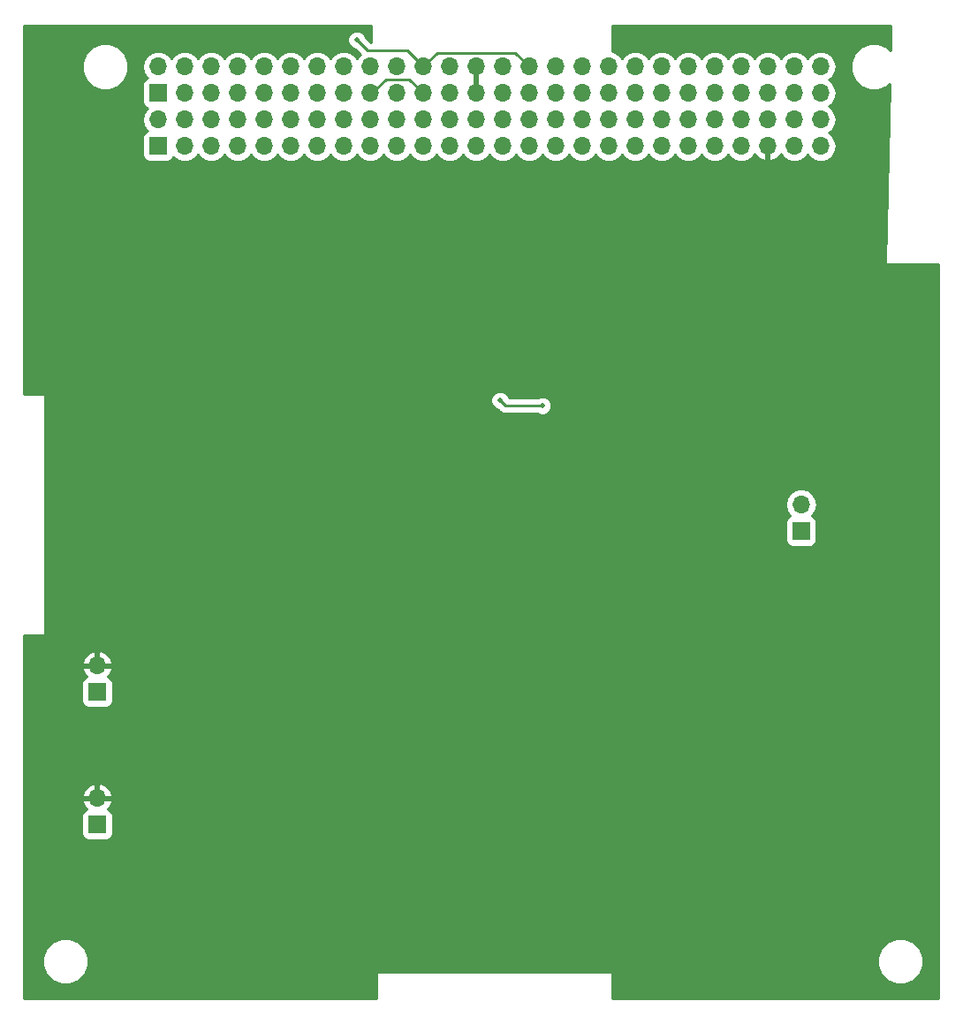
<source format=gbl>
G04 #@! TF.GenerationSoftware,KiCad,Pcbnew,5.0.0*
G04 #@! TF.CreationDate,2018-07-28T18:12:29-05:00*
G04 #@! TF.ProjectId,PowerBoard,506F776572426F6172642E6B69636164,rev?*
G04 #@! TF.SameCoordinates,Original*
G04 #@! TF.FileFunction,Copper,L2,Bot,Signal*
G04 #@! TF.FilePolarity,Positive*
%FSLAX46Y46*%
G04 Gerber Fmt 4.6, Leading zero omitted, Abs format (unit mm)*
G04 Created by KiCad (PCBNEW 5.0.0) date Sat Jul 28 18:12:29 2018*
%MOMM*%
%LPD*%
G01*
G04 APERTURE LIST*
G04 #@! TA.AperFunction,ComponentPad*
%ADD10R,1.700000X1.700000*%
G04 #@! TD*
G04 #@! TA.AperFunction,ComponentPad*
%ADD11O,1.700000X1.700000*%
G04 #@! TD*
G04 #@! TA.AperFunction,ViaPad*
%ADD12C,0.508000*%
G04 #@! TD*
G04 #@! TA.AperFunction,Conductor*
%ADD13C,0.250000*%
G04 #@! TD*
G04 #@! TA.AperFunction,Conductor*
%ADD14C,0.254000*%
G04 #@! TD*
G04 APERTURE END LIST*
D10*
G04 #@! TO.P,H1,1*
G04 #@! TO.N,Pri_Deploy*
X118110000Y-60960000D03*
D11*
G04 #@! TO.P,H1,2*
G04 #@! TO.N,Net-(H1-Pad2)*
X118110000Y-58420000D03*
G04 #@! TO.P,H1,3*
G04 #@! TO.N,Net-(H1-Pad3)*
X120650000Y-60960000D03*
G04 #@! TO.P,H1,4*
G04 #@! TO.N,Net-(H1-Pad4)*
X120650000Y-58420000D03*
G04 #@! TO.P,H1,5*
G04 #@! TO.N,Net-(H1-Pad5)*
X123190000Y-60960000D03*
G04 #@! TO.P,H1,6*
G04 #@! TO.N,Net-(H1-Pad6)*
X123190000Y-58420000D03*
G04 #@! TO.P,H1,7*
G04 #@! TO.N,Net-(H1-Pad7)*
X125730000Y-60960000D03*
G04 #@! TO.P,H1,8*
G04 #@! TO.N,Net-(H1-Pad8)*
X125730000Y-58420000D03*
G04 #@! TO.P,H1,9*
G04 #@! TO.N,Net-(H1-Pad9)*
X128270000Y-60960000D03*
G04 #@! TO.P,H1,10*
G04 #@! TO.N,Net-(H1-Pad10)*
X128270000Y-58420000D03*
G04 #@! TO.P,H1,11*
G04 #@! TO.N,Net-(H1-Pad11)*
X130810000Y-60960000D03*
G04 #@! TO.P,H1,12*
G04 #@! TO.N,Net-(H1-Pad12)*
X130810000Y-58420000D03*
G04 #@! TO.P,H1,13*
G04 #@! TO.N,Net-(H1-Pad13)*
X133350000Y-60960000D03*
G04 #@! TO.P,H1,14*
G04 #@! TO.N,Net-(H1-Pad14)*
X133350000Y-58420000D03*
G04 #@! TO.P,H1,15*
G04 #@! TO.N,Net-(H1-Pad15)*
X135890000Y-60960000D03*
G04 #@! TO.P,H1,16*
G04 #@! TO.N,Net-(H1-Pad16)*
X135890000Y-58420000D03*
G04 #@! TO.P,H1,17*
G04 #@! TO.N,Net-(H1-Pad17)*
X138430000Y-60960000D03*
G04 #@! TO.P,H1,18*
G04 #@! TO.N,Net-(H1-Pad18)*
X138430000Y-58420000D03*
G04 #@! TO.P,H1,19*
G04 #@! TO.N,Net-(H1-Pad19)*
X140970000Y-60960000D03*
G04 #@! TO.P,H1,20*
G04 #@! TO.N,Net-(H1-Pad20)*
X140970000Y-58420000D03*
G04 #@! TO.P,H1,21*
G04 #@! TO.N,Net-(H1-Pad21)*
X143510000Y-60960000D03*
G04 #@! TO.P,H1,22*
G04 #@! TO.N,Net-(H1-Pad22)*
X143510000Y-58420000D03*
G04 #@! TO.P,H1,23*
G04 #@! TO.N,Net-(H1-Pad23)*
X146050000Y-60960000D03*
G04 #@! TO.P,H1,24*
G04 #@! TO.N,Net-(H1-Pad24)*
X146050000Y-58420000D03*
G04 #@! TO.P,H1,25*
G04 #@! TO.N,Net-(H1-Pad25)*
X148590000Y-60960000D03*
G04 #@! TO.P,H1,26*
G04 #@! TO.N,Net-(H1-Pad26)*
X148590000Y-58420000D03*
G04 #@! TO.P,H1,27*
G04 #@! TO.N,Net-(H1-Pad27)*
X151130000Y-60960000D03*
G04 #@! TO.P,H1,28*
G04 #@! TO.N,Net-(H1-Pad28)*
X151130000Y-58420000D03*
G04 #@! TO.P,H1,29*
G04 #@! TO.N,Net-(H1-Pad29)*
X153670000Y-60960000D03*
G04 #@! TO.P,H1,30*
G04 #@! TO.N,Net-(H1-Pad30)*
X153670000Y-58420000D03*
G04 #@! TO.P,H1,31*
G04 #@! TO.N,Net-(H1-Pad31)*
X156210000Y-60960000D03*
G04 #@! TO.P,H1,32*
G04 #@! TO.N,+5V*
X156210000Y-58420000D03*
G04 #@! TO.P,H1,33*
G04 #@! TO.N,Net-(H1-Pad33)*
X158750000Y-60960000D03*
G04 #@! TO.P,H1,34*
G04 #@! TO.N,Net-(H1-Pad34)*
X158750000Y-58420000D03*
G04 #@! TO.P,H1,35*
G04 #@! TO.N,Net-(H1-Pad35)*
X161290000Y-60960000D03*
G04 #@! TO.P,H1,36*
G04 #@! TO.N,Net-(H1-Pad36)*
X161290000Y-58420000D03*
G04 #@! TO.P,H1,37*
G04 #@! TO.N,Net-(H1-Pad37)*
X163830000Y-60960000D03*
G04 #@! TO.P,H1,38*
G04 #@! TO.N,Net-(H1-Pad38)*
X163830000Y-58420000D03*
G04 #@! TO.P,H1,39*
G04 #@! TO.N,Net-(H1-Pad39)*
X166370000Y-60960000D03*
G04 #@! TO.P,H1,40*
G04 #@! TO.N,Net-(H1-Pad40)*
X166370000Y-58420000D03*
G04 #@! TO.P,H1,41*
G04 #@! TO.N,I2C_SDA*
X168910000Y-60960000D03*
G04 #@! TO.P,H1,42*
G04 #@! TO.N,Net-(H1-Pad42)*
X168910000Y-58420000D03*
G04 #@! TO.P,H1,43*
G04 #@! TO.N,I2C_SCL*
X171450000Y-60960000D03*
G04 #@! TO.P,H1,44*
G04 #@! TO.N,Net-(H1-Pad44)*
X171450000Y-58420000D03*
G04 #@! TO.P,H1,45*
G04 #@! TO.N,Net-(H1-Pad45)*
X173990000Y-60960000D03*
G04 #@! TO.P,H1,46*
G04 #@! TO.N,Net-(H1-Pad46)*
X173990000Y-58420000D03*
G04 #@! TO.P,H1,47*
G04 #@! TO.N,+5V*
X176530000Y-60960000D03*
G04 #@! TO.P,H1,48*
G04 #@! TO.N,Net-(H1-Pad48)*
X176530000Y-58420000D03*
G04 #@! TO.P,H1,49*
G04 #@! TO.N,Net-(H1-Pad49)*
X179070000Y-60960000D03*
G04 #@! TO.P,H1,50*
G04 #@! TO.N,Net-(H1-Pad50)*
X179070000Y-58420000D03*
G04 #@! TO.P,H1,51*
G04 #@! TO.N,Net-(H1-Pad51)*
X181610000Y-60960000D03*
G04 #@! TO.P,H1,52*
G04 #@! TO.N,Net-(H1-Pad52)*
X181610000Y-58420000D03*
G04 #@! TD*
D10*
G04 #@! TO.P,H2,1*
G04 #@! TO.N,Pri_Deploy*
X118110000Y-55879995D03*
D11*
G04 #@! TO.P,H2,2*
G04 #@! TO.N,Net-(H2-Pad2)*
X118110000Y-53339995D03*
G04 #@! TO.P,H2,3*
G04 #@! TO.N,Net-(H2-Pad3)*
X120650000Y-55879995D03*
G04 #@! TO.P,H2,4*
G04 #@! TO.N,Net-(H2-Pad4)*
X120650000Y-53339995D03*
G04 #@! TO.P,H2,5*
G04 #@! TO.N,Net-(H2-Pad5)*
X123190000Y-55879995D03*
G04 #@! TO.P,H2,6*
G04 #@! TO.N,Net-(H2-Pad6)*
X123190000Y-53339995D03*
G04 #@! TO.P,H2,7*
G04 #@! TO.N,Net-(H2-Pad7)*
X125730000Y-55879995D03*
G04 #@! TO.P,H2,8*
G04 #@! TO.N,Net-(H2-Pad8)*
X125730000Y-53339995D03*
G04 #@! TO.P,H2,9*
G04 #@! TO.N,GND*
X128270000Y-55879995D03*
G04 #@! TO.P,H2,10*
G04 #@! TO.N,Net-(H2-Pad10)*
X128270000Y-53339995D03*
G04 #@! TO.P,H2,11*
G04 #@! TO.N,Net-(H2-Pad11)*
X130810000Y-55879995D03*
G04 #@! TO.P,H2,12*
G04 #@! TO.N,Net-(H2-Pad12)*
X130810000Y-53339995D03*
G04 #@! TO.P,H2,13*
G04 #@! TO.N,Net-(H2-Pad13)*
X133350000Y-55879995D03*
G04 #@! TO.P,H2,14*
G04 #@! TO.N,GND*
X133350000Y-53339995D03*
G04 #@! TO.P,H2,15*
G04 #@! TO.N,Net-(H2-Pad15)*
X135890000Y-55879995D03*
G04 #@! TO.P,H2,16*
G04 #@! TO.N,Net-(H2-Pad16)*
X135890000Y-53339995D03*
G04 #@! TO.P,H2,17*
G04 #@! TO.N,GND*
X138430000Y-55879995D03*
G04 #@! TO.P,H2,18*
G04 #@! TO.N,Net-(H2-Pad18)*
X138430000Y-53339995D03*
G04 #@! TO.P,H2,19*
G04 #@! TO.N,+8V*
X140970000Y-55879995D03*
G04 #@! TO.P,H2,20*
X140970000Y-53339995D03*
G04 #@! TO.P,H2,21*
G04 #@! TO.N,GND*
X143510000Y-55879995D03*
G04 #@! TO.P,H2,22*
X143510000Y-53339995D03*
G04 #@! TO.P,H2,23*
G04 #@! TO.N,Net-(H2-Pad23)*
X146050000Y-55879995D03*
G04 #@! TO.P,H2,24*
G04 #@! TO.N,Net-(H2-Pad24)*
X146050000Y-53339995D03*
G04 #@! TO.P,H2,25*
G04 #@! TO.N,+5V*
X148590000Y-55879995D03*
G04 #@! TO.P,H2,26*
X148590000Y-53339995D03*
G04 #@! TO.P,H2,27*
G04 #@! TO.N,+3V3*
X151130000Y-55879995D03*
G04 #@! TO.P,H2,28*
X151130000Y-53339995D03*
G04 #@! TO.P,H2,29*
G04 #@! TO.N,GND*
X153670000Y-55879995D03*
G04 #@! TO.P,H2,30*
X153670000Y-53339995D03*
G04 #@! TO.P,H2,31*
G04 #@! TO.N,Net-(H2-Pad31)*
X156210000Y-55879995D03*
G04 #@! TO.P,H2,32*
G04 #@! TO.N,GND*
X156210000Y-53339995D03*
G04 #@! TO.P,H2,33*
G04 #@! TO.N,Net-(H2-Pad33)*
X158750000Y-55879995D03*
G04 #@! TO.P,H2,34*
G04 #@! TO.N,Net-(H2-Pad34)*
X158750000Y-53339995D03*
G04 #@! TO.P,H2,35*
G04 #@! TO.N,Net-(H2-Pad35)*
X161290000Y-55879995D03*
G04 #@! TO.P,H2,36*
G04 #@! TO.N,Net-(H2-Pad36)*
X161290000Y-53339995D03*
G04 #@! TO.P,H2,37*
G04 #@! TO.N,Net-(H2-Pad37)*
X163830000Y-55879995D03*
G04 #@! TO.P,H2,38*
G04 #@! TO.N,Net-(H2-Pad38)*
X163830000Y-53339995D03*
G04 #@! TO.P,H2,39*
G04 #@! TO.N,Net-(H2-Pad39)*
X166370000Y-55879995D03*
G04 #@! TO.P,H2,40*
G04 #@! TO.N,Net-(H2-Pad40)*
X166370000Y-53339995D03*
G04 #@! TO.P,H2,41*
G04 #@! TO.N,Net-(H2-Pad41)*
X168910000Y-55879995D03*
G04 #@! TO.P,H2,42*
G04 #@! TO.N,Net-(H2-Pad42)*
X168910000Y-53339995D03*
G04 #@! TO.P,H2,43*
G04 #@! TO.N,Net-(H2-Pad43)*
X171450000Y-55879995D03*
G04 #@! TO.P,H2,44*
G04 #@! TO.N,Net-(H2-Pad44)*
X171450000Y-53339995D03*
G04 #@! TO.P,H2,45*
G04 #@! TO.N,Net-(H2-Pad45)*
X173990000Y-55879995D03*
G04 #@! TO.P,H2,46*
G04 #@! TO.N,Net-(H2-Pad46)*
X173990000Y-53339995D03*
G04 #@! TO.P,H2,47*
G04 #@! TO.N,GND*
X176530000Y-55879995D03*
G04 #@! TO.P,H2,48*
X176530000Y-53339995D03*
G04 #@! TO.P,H2,49*
G04 #@! TO.N,Net-(H2-Pad49)*
X179070000Y-55879995D03*
G04 #@! TO.P,H2,50*
G04 #@! TO.N,Net-(H2-Pad50)*
X179070000Y-53339995D03*
G04 #@! TO.P,H2,51*
G04 #@! TO.N,Net-(H2-Pad51)*
X181610000Y-55879995D03*
G04 #@! TO.P,H2,52*
G04 #@! TO.N,Net-(H2-Pad52)*
X181610000Y-53339995D03*
G04 #@! TD*
D10*
G04 #@! TO.P,J1,1*
G04 #@! TO.N,SecondaryLineDeploymentDevice*
X112268000Y-113284000D03*
D11*
G04 #@! TO.P,J1,2*
G04 #@! TO.N,+5V*
X112268000Y-110744000D03*
G04 #@! TD*
D10*
G04 #@! TO.P,J2,1*
G04 #@! TO.N,LineDeploymentDevice*
X112268000Y-125984000D03*
D11*
G04 #@! TO.P,J2,2*
G04 #@! TO.N,+5V*
X112268000Y-123444000D03*
G04 #@! TD*
D10*
G04 #@! TO.P,J3,1*
G04 #@! TO.N,I2C_SDA*
X179730400Y-97840800D03*
D11*
G04 #@! TO.P,J3,2*
G04 #@! TO.N,I2C_SCL*
X179730400Y-95300800D03*
G04 #@! TD*
D12*
G04 #@! TO.N,+5V*
X148894800Y-63703200D03*
X151485600Y-88341200D03*
G04 #@! TO.N,GND*
X137160000Y-50800000D03*
G04 #@! TO.N,Net-(C5-Pad1)*
X154940000Y-85852000D03*
X150876000Y-85344000D03*
G04 #@! TD*
D13*
G04 #@! TO.N,GND*
X153670000Y-53339995D02*
X152349205Y-52019200D01*
X144830795Y-52019200D02*
X143510000Y-53339995D01*
X152349205Y-52019200D02*
X144830795Y-52019200D01*
X138430000Y-55879995D02*
X138633205Y-55879995D01*
X138633205Y-55879995D02*
X139954000Y-54559200D01*
X139954000Y-54559200D02*
X142189205Y-54559200D01*
X142189205Y-54559200D02*
X143510000Y-55879995D01*
X143510000Y-53339995D02*
X141986005Y-51816000D01*
X138176000Y-51816000D02*
X137160000Y-50800000D01*
X141986005Y-51816000D02*
X138176000Y-51816000D01*
G04 #@! TO.N,Net-(C5-Pad1)*
X151384000Y-85852000D02*
X154940000Y-85852000D01*
X150876000Y-85344000D02*
X151384000Y-85852000D01*
G04 #@! TD*
D14*
G04 #@! TO.N,+5V*
G36*
X138557000Y-51056000D02*
X138490802Y-51056000D01*
X138042658Y-50607857D01*
X137913658Y-50296422D01*
X137663578Y-50046342D01*
X137336833Y-49911000D01*
X136983167Y-49911000D01*
X136656422Y-50046342D01*
X136406342Y-50296422D01*
X136271000Y-50623167D01*
X136271000Y-50976833D01*
X136406342Y-51303578D01*
X136656422Y-51553658D01*
X136967857Y-51682658D01*
X137476385Y-52191187D01*
X137359375Y-52269370D01*
X137160000Y-52567756D01*
X136960625Y-52269370D01*
X136469418Y-51941156D01*
X136036256Y-51854995D01*
X135743744Y-51854995D01*
X135310582Y-51941156D01*
X134819375Y-52269370D01*
X134620000Y-52567756D01*
X134420625Y-52269370D01*
X133929418Y-51941156D01*
X133496256Y-51854995D01*
X133203744Y-51854995D01*
X132770582Y-51941156D01*
X132279375Y-52269370D01*
X132080000Y-52567756D01*
X131880625Y-52269370D01*
X131389418Y-51941156D01*
X130956256Y-51854995D01*
X130663744Y-51854995D01*
X130230582Y-51941156D01*
X129739375Y-52269370D01*
X129540000Y-52567756D01*
X129340625Y-52269370D01*
X128849418Y-51941156D01*
X128416256Y-51854995D01*
X128123744Y-51854995D01*
X127690582Y-51941156D01*
X127199375Y-52269370D01*
X127000000Y-52567756D01*
X126800625Y-52269370D01*
X126309418Y-51941156D01*
X125876256Y-51854995D01*
X125583744Y-51854995D01*
X125150582Y-51941156D01*
X124659375Y-52269370D01*
X124460000Y-52567756D01*
X124260625Y-52269370D01*
X123769418Y-51941156D01*
X123336256Y-51854995D01*
X123043744Y-51854995D01*
X122610582Y-51941156D01*
X122119375Y-52269370D01*
X121920000Y-52567756D01*
X121720625Y-52269370D01*
X121229418Y-51941156D01*
X120796256Y-51854995D01*
X120503744Y-51854995D01*
X120070582Y-51941156D01*
X119579375Y-52269370D01*
X119380000Y-52567756D01*
X119180625Y-52269370D01*
X118689418Y-51941156D01*
X118256256Y-51854995D01*
X117963744Y-51854995D01*
X117530582Y-51941156D01*
X117039375Y-52269370D01*
X116711161Y-52760577D01*
X116595908Y-53339995D01*
X116711161Y-53919413D01*
X117039375Y-54410620D01*
X117057619Y-54422811D01*
X117012235Y-54431838D01*
X116802191Y-54572186D01*
X116661843Y-54782230D01*
X116612560Y-55029995D01*
X116612560Y-56729995D01*
X116661843Y-56977760D01*
X116802191Y-57187804D01*
X117012235Y-57328152D01*
X117057625Y-57337181D01*
X117039375Y-57349375D01*
X116711161Y-57840582D01*
X116595908Y-58420000D01*
X116711161Y-58999418D01*
X117039375Y-59490625D01*
X117057619Y-59502816D01*
X117012235Y-59511843D01*
X116802191Y-59652191D01*
X116661843Y-59862235D01*
X116612560Y-60110000D01*
X116612560Y-61810000D01*
X116661843Y-62057765D01*
X116802191Y-62267809D01*
X117012235Y-62408157D01*
X117260000Y-62457440D01*
X118960000Y-62457440D01*
X119207765Y-62408157D01*
X119417809Y-62267809D01*
X119558157Y-62057765D01*
X119567184Y-62012381D01*
X119579375Y-62030625D01*
X120070582Y-62358839D01*
X120503744Y-62445000D01*
X120796256Y-62445000D01*
X121229418Y-62358839D01*
X121720625Y-62030625D01*
X121920000Y-61732239D01*
X122119375Y-62030625D01*
X122610582Y-62358839D01*
X123043744Y-62445000D01*
X123336256Y-62445000D01*
X123769418Y-62358839D01*
X124260625Y-62030625D01*
X124460000Y-61732239D01*
X124659375Y-62030625D01*
X125150582Y-62358839D01*
X125583744Y-62445000D01*
X125876256Y-62445000D01*
X126309418Y-62358839D01*
X126800625Y-62030625D01*
X127000000Y-61732239D01*
X127199375Y-62030625D01*
X127690582Y-62358839D01*
X128123744Y-62445000D01*
X128416256Y-62445000D01*
X128849418Y-62358839D01*
X129340625Y-62030625D01*
X129540000Y-61732239D01*
X129739375Y-62030625D01*
X130230582Y-62358839D01*
X130663744Y-62445000D01*
X130956256Y-62445000D01*
X131389418Y-62358839D01*
X131880625Y-62030625D01*
X132080000Y-61732239D01*
X132279375Y-62030625D01*
X132770582Y-62358839D01*
X133203744Y-62445000D01*
X133496256Y-62445000D01*
X133929418Y-62358839D01*
X134420625Y-62030625D01*
X134620000Y-61732239D01*
X134819375Y-62030625D01*
X135310582Y-62358839D01*
X135743744Y-62445000D01*
X136036256Y-62445000D01*
X136469418Y-62358839D01*
X136960625Y-62030625D01*
X137160000Y-61732239D01*
X137359375Y-62030625D01*
X137850582Y-62358839D01*
X138283744Y-62445000D01*
X138576256Y-62445000D01*
X139009418Y-62358839D01*
X139500625Y-62030625D01*
X139700000Y-61732239D01*
X139899375Y-62030625D01*
X140390582Y-62358839D01*
X140823744Y-62445000D01*
X141116256Y-62445000D01*
X141549418Y-62358839D01*
X142040625Y-62030625D01*
X142240000Y-61732239D01*
X142439375Y-62030625D01*
X142930582Y-62358839D01*
X143363744Y-62445000D01*
X143656256Y-62445000D01*
X144089418Y-62358839D01*
X144580625Y-62030625D01*
X144780000Y-61732239D01*
X144979375Y-62030625D01*
X145470582Y-62358839D01*
X145903744Y-62445000D01*
X146196256Y-62445000D01*
X146629418Y-62358839D01*
X147120625Y-62030625D01*
X147320000Y-61732239D01*
X147519375Y-62030625D01*
X148010582Y-62358839D01*
X148443744Y-62445000D01*
X148736256Y-62445000D01*
X149169418Y-62358839D01*
X149660625Y-62030625D01*
X149860000Y-61732239D01*
X150059375Y-62030625D01*
X150550582Y-62358839D01*
X150983744Y-62445000D01*
X151276256Y-62445000D01*
X151709418Y-62358839D01*
X152200625Y-62030625D01*
X152400000Y-61732239D01*
X152599375Y-62030625D01*
X153090582Y-62358839D01*
X153523744Y-62445000D01*
X153816256Y-62445000D01*
X154249418Y-62358839D01*
X154740625Y-62030625D01*
X154940000Y-61732239D01*
X155139375Y-62030625D01*
X155630582Y-62358839D01*
X156063744Y-62445000D01*
X156356256Y-62445000D01*
X156789418Y-62358839D01*
X157280625Y-62030625D01*
X157480000Y-61732239D01*
X157679375Y-62030625D01*
X158170582Y-62358839D01*
X158603744Y-62445000D01*
X158896256Y-62445000D01*
X159329418Y-62358839D01*
X159820625Y-62030625D01*
X160020000Y-61732239D01*
X160219375Y-62030625D01*
X160710582Y-62358839D01*
X161143744Y-62445000D01*
X161436256Y-62445000D01*
X161869418Y-62358839D01*
X162360625Y-62030625D01*
X162560000Y-61732239D01*
X162759375Y-62030625D01*
X163250582Y-62358839D01*
X163683744Y-62445000D01*
X163976256Y-62445000D01*
X164409418Y-62358839D01*
X164900625Y-62030625D01*
X165100000Y-61732239D01*
X165299375Y-62030625D01*
X165790582Y-62358839D01*
X166223744Y-62445000D01*
X166516256Y-62445000D01*
X166949418Y-62358839D01*
X167440625Y-62030625D01*
X167640000Y-61732239D01*
X167839375Y-62030625D01*
X168330582Y-62358839D01*
X168763744Y-62445000D01*
X169056256Y-62445000D01*
X169489418Y-62358839D01*
X169980625Y-62030625D01*
X170180000Y-61732239D01*
X170379375Y-62030625D01*
X170870582Y-62358839D01*
X171303744Y-62445000D01*
X171596256Y-62445000D01*
X172029418Y-62358839D01*
X172520625Y-62030625D01*
X172720000Y-61732239D01*
X172919375Y-62030625D01*
X173410582Y-62358839D01*
X173843744Y-62445000D01*
X174136256Y-62445000D01*
X174569418Y-62358839D01*
X175060625Y-62030625D01*
X175273843Y-61711522D01*
X175334817Y-61841358D01*
X175763076Y-62231645D01*
X176173110Y-62401476D01*
X176403000Y-62280155D01*
X176403000Y-61087000D01*
X176383000Y-61087000D01*
X176383000Y-60833000D01*
X176403000Y-60833000D01*
X176403000Y-60813000D01*
X176657000Y-60813000D01*
X176657000Y-60833000D01*
X176677000Y-60833000D01*
X176677000Y-61087000D01*
X176657000Y-61087000D01*
X176657000Y-62280155D01*
X176886890Y-62401476D01*
X177296924Y-62231645D01*
X177725183Y-61841358D01*
X177786157Y-61711522D01*
X177999375Y-62030625D01*
X178490582Y-62358839D01*
X178923744Y-62445000D01*
X179216256Y-62445000D01*
X179649418Y-62358839D01*
X180140625Y-62030625D01*
X180340000Y-61732239D01*
X180539375Y-62030625D01*
X181030582Y-62358839D01*
X181463744Y-62445000D01*
X181756256Y-62445000D01*
X182189418Y-62358839D01*
X182680625Y-62030625D01*
X183008839Y-61539418D01*
X183124092Y-60960000D01*
X183008839Y-60380582D01*
X182680625Y-59889375D01*
X182382239Y-59690000D01*
X182680625Y-59490625D01*
X183008839Y-58999418D01*
X183124092Y-58420000D01*
X183008839Y-57840582D01*
X182680625Y-57349375D01*
X182382235Y-57149998D01*
X182680625Y-56950620D01*
X183008839Y-56459413D01*
X183124092Y-55879995D01*
X183008839Y-55300577D01*
X182680625Y-54809370D01*
X182382239Y-54609995D01*
X182680625Y-54410620D01*
X183008839Y-53919413D01*
X183124092Y-53339995D01*
X183008839Y-52760577D01*
X182680625Y-52269370D01*
X182189418Y-51941156D01*
X181756256Y-51854995D01*
X181463744Y-51854995D01*
X181030582Y-51941156D01*
X180539375Y-52269370D01*
X180340000Y-52567756D01*
X180140625Y-52269370D01*
X179649418Y-51941156D01*
X179216256Y-51854995D01*
X178923744Y-51854995D01*
X178490582Y-51941156D01*
X177999375Y-52269370D01*
X177800000Y-52567756D01*
X177600625Y-52269370D01*
X177109418Y-51941156D01*
X176676256Y-51854995D01*
X176383744Y-51854995D01*
X175950582Y-51941156D01*
X175459375Y-52269370D01*
X175260000Y-52567756D01*
X175060625Y-52269370D01*
X174569418Y-51941156D01*
X174136256Y-51854995D01*
X173843744Y-51854995D01*
X173410582Y-51941156D01*
X172919375Y-52269370D01*
X172720000Y-52567756D01*
X172520625Y-52269370D01*
X172029418Y-51941156D01*
X171596256Y-51854995D01*
X171303744Y-51854995D01*
X170870582Y-51941156D01*
X170379375Y-52269370D01*
X170180000Y-52567756D01*
X169980625Y-52269370D01*
X169489418Y-51941156D01*
X169056256Y-51854995D01*
X168763744Y-51854995D01*
X168330582Y-51941156D01*
X167839375Y-52269370D01*
X167640000Y-52567756D01*
X167440625Y-52269370D01*
X166949418Y-51941156D01*
X166516256Y-51854995D01*
X166223744Y-51854995D01*
X165790582Y-51941156D01*
X165299375Y-52269370D01*
X165100000Y-52567756D01*
X164900625Y-52269370D01*
X164409418Y-51941156D01*
X163976256Y-51854995D01*
X163683744Y-51854995D01*
X163250582Y-51941156D01*
X162759375Y-52269370D01*
X162560000Y-52567756D01*
X162360625Y-52269370D01*
X161869418Y-51941156D01*
X161640594Y-51895640D01*
X161661333Y-51864601D01*
X161671000Y-51816000D01*
X161671000Y-49403000D01*
X188338146Y-49403000D01*
X188285442Y-51774675D01*
X187956026Y-51445259D01*
X187134569Y-51105000D01*
X186245431Y-51105000D01*
X185423974Y-51445259D01*
X184795259Y-52073974D01*
X184455000Y-52895431D01*
X184455000Y-53784569D01*
X184795259Y-54606026D01*
X185423974Y-55234741D01*
X186245431Y-55575000D01*
X187134569Y-55575000D01*
X187956026Y-55234741D01*
X188214291Y-54976476D01*
X187833031Y-72133178D01*
X187841617Y-72181982D01*
X187868224Y-72223785D01*
X187908804Y-72252224D01*
X187960000Y-72263000D01*
X192913000Y-72263000D01*
X192913000Y-142621000D01*
X161671000Y-142621000D01*
X161671000Y-140208000D01*
X161661333Y-140159399D01*
X161633803Y-140118197D01*
X161592601Y-140090667D01*
X161544000Y-140081000D01*
X139192000Y-140081000D01*
X139143399Y-140090667D01*
X139102197Y-140118197D01*
X139074667Y-140159399D01*
X139065000Y-140208000D01*
X139065000Y-142621000D01*
X105283000Y-142621000D01*
X105283000Y-138625431D01*
X106985000Y-138625431D01*
X106985000Y-139514569D01*
X107325259Y-140336026D01*
X107953974Y-140964741D01*
X108775431Y-141305000D01*
X109664569Y-141305000D01*
X110486026Y-140964741D01*
X111114741Y-140336026D01*
X111455000Y-139514569D01*
X111455000Y-138625431D01*
X186995000Y-138625431D01*
X186995000Y-139514569D01*
X187335259Y-140336026D01*
X187963974Y-140964741D01*
X188785431Y-141305000D01*
X189674569Y-141305000D01*
X190496026Y-140964741D01*
X191124741Y-140336026D01*
X191465000Y-139514569D01*
X191465000Y-138625431D01*
X191124741Y-137803974D01*
X190496026Y-137175259D01*
X189674569Y-136835000D01*
X188785431Y-136835000D01*
X187963974Y-137175259D01*
X187335259Y-137803974D01*
X186995000Y-138625431D01*
X111455000Y-138625431D01*
X111114741Y-137803974D01*
X110486026Y-137175259D01*
X109664569Y-136835000D01*
X108775431Y-136835000D01*
X107953974Y-137175259D01*
X107325259Y-137803974D01*
X106985000Y-138625431D01*
X105283000Y-138625431D01*
X105283000Y-125134000D01*
X110770560Y-125134000D01*
X110770560Y-126834000D01*
X110819843Y-127081765D01*
X110960191Y-127291809D01*
X111170235Y-127432157D01*
X111418000Y-127481440D01*
X113118000Y-127481440D01*
X113365765Y-127432157D01*
X113575809Y-127291809D01*
X113716157Y-127081765D01*
X113765440Y-126834000D01*
X113765440Y-125134000D01*
X113716157Y-124886235D01*
X113575809Y-124676191D01*
X113365765Y-124535843D01*
X113262292Y-124515261D01*
X113539645Y-124210924D01*
X113709476Y-123800890D01*
X113588155Y-123571000D01*
X112395000Y-123571000D01*
X112395000Y-123591000D01*
X112141000Y-123591000D01*
X112141000Y-123571000D01*
X110947845Y-123571000D01*
X110826524Y-123800890D01*
X110996355Y-124210924D01*
X111273708Y-124515261D01*
X111170235Y-124535843D01*
X110960191Y-124676191D01*
X110819843Y-124886235D01*
X110770560Y-125134000D01*
X105283000Y-125134000D01*
X105283000Y-123087110D01*
X110826524Y-123087110D01*
X110947845Y-123317000D01*
X112141000Y-123317000D01*
X112141000Y-122123181D01*
X112395000Y-122123181D01*
X112395000Y-123317000D01*
X113588155Y-123317000D01*
X113709476Y-123087110D01*
X113539645Y-122677076D01*
X113149358Y-122248817D01*
X112624892Y-122002514D01*
X112395000Y-122123181D01*
X112141000Y-122123181D01*
X111911108Y-122002514D01*
X111386642Y-122248817D01*
X110996355Y-122677076D01*
X110826524Y-123087110D01*
X105283000Y-123087110D01*
X105283000Y-112434000D01*
X110770560Y-112434000D01*
X110770560Y-114134000D01*
X110819843Y-114381765D01*
X110960191Y-114591809D01*
X111170235Y-114732157D01*
X111418000Y-114781440D01*
X113118000Y-114781440D01*
X113365765Y-114732157D01*
X113575809Y-114591809D01*
X113716157Y-114381765D01*
X113765440Y-114134000D01*
X113765440Y-112434000D01*
X113716157Y-112186235D01*
X113575809Y-111976191D01*
X113365765Y-111835843D01*
X113262292Y-111815261D01*
X113539645Y-111510924D01*
X113709476Y-111100890D01*
X113588155Y-110871000D01*
X112395000Y-110871000D01*
X112395000Y-110891000D01*
X112141000Y-110891000D01*
X112141000Y-110871000D01*
X110947845Y-110871000D01*
X110826524Y-111100890D01*
X110996355Y-111510924D01*
X111273708Y-111815261D01*
X111170235Y-111835843D01*
X110960191Y-111976191D01*
X110819843Y-112186235D01*
X110770560Y-112434000D01*
X105283000Y-112434000D01*
X105283000Y-110387110D01*
X110826524Y-110387110D01*
X110947845Y-110617000D01*
X112141000Y-110617000D01*
X112141000Y-109423181D01*
X112395000Y-109423181D01*
X112395000Y-110617000D01*
X113588155Y-110617000D01*
X113709476Y-110387110D01*
X113539645Y-109977076D01*
X113149358Y-109548817D01*
X112624892Y-109302514D01*
X112395000Y-109423181D01*
X112141000Y-109423181D01*
X111911108Y-109302514D01*
X111386642Y-109548817D01*
X110996355Y-109977076D01*
X110826524Y-110387110D01*
X105283000Y-110387110D01*
X105283000Y-107823000D01*
X107188000Y-107823000D01*
X107236601Y-107813333D01*
X107277803Y-107785803D01*
X107305333Y-107744601D01*
X107315000Y-107696000D01*
X107315000Y-95300800D01*
X178216308Y-95300800D01*
X178331561Y-95880218D01*
X178659775Y-96371425D01*
X178678019Y-96383616D01*
X178632635Y-96392643D01*
X178422591Y-96532991D01*
X178282243Y-96743035D01*
X178232960Y-96990800D01*
X178232960Y-98690800D01*
X178282243Y-98938565D01*
X178422591Y-99148609D01*
X178632635Y-99288957D01*
X178880400Y-99338240D01*
X180580400Y-99338240D01*
X180828165Y-99288957D01*
X181038209Y-99148609D01*
X181178557Y-98938565D01*
X181227840Y-98690800D01*
X181227840Y-96990800D01*
X181178557Y-96743035D01*
X181038209Y-96532991D01*
X180828165Y-96392643D01*
X180782781Y-96383616D01*
X180801025Y-96371425D01*
X181129239Y-95880218D01*
X181244492Y-95300800D01*
X181129239Y-94721382D01*
X180801025Y-94230175D01*
X180309818Y-93901961D01*
X179876656Y-93815800D01*
X179584144Y-93815800D01*
X179150982Y-93901961D01*
X178659775Y-94230175D01*
X178331561Y-94721382D01*
X178216308Y-95300800D01*
X107315000Y-95300800D01*
X107315000Y-85167167D01*
X149987000Y-85167167D01*
X149987000Y-85520833D01*
X150122342Y-85847578D01*
X150372422Y-86097658D01*
X150683855Y-86226658D01*
X150793672Y-86336475D01*
X150836071Y-86399929D01*
X150899524Y-86442327D01*
X150899526Y-86442329D01*
X151024902Y-86526102D01*
X151087463Y-86567904D01*
X151309148Y-86612000D01*
X151309152Y-86612000D01*
X151383999Y-86626888D01*
X151458846Y-86612000D01*
X154451733Y-86612000D01*
X154763167Y-86741000D01*
X155116833Y-86741000D01*
X155443578Y-86605658D01*
X155693658Y-86355578D01*
X155829000Y-86028833D01*
X155829000Y-85675167D01*
X155693658Y-85348422D01*
X155443578Y-85098342D01*
X155116833Y-84963000D01*
X154763167Y-84963000D01*
X154451733Y-85092000D01*
X151733865Y-85092000D01*
X151629658Y-84840422D01*
X151379578Y-84590342D01*
X151052833Y-84455000D01*
X150699167Y-84455000D01*
X150372422Y-84590342D01*
X150122342Y-84840422D01*
X149987000Y-85167167D01*
X107315000Y-85167167D01*
X107315000Y-84836000D01*
X107305333Y-84787399D01*
X107277803Y-84746197D01*
X107236601Y-84718667D01*
X107188000Y-84709000D01*
X105283000Y-84709000D01*
X105283000Y-52895431D01*
X110795000Y-52895431D01*
X110795000Y-53784569D01*
X111135259Y-54606026D01*
X111763974Y-55234741D01*
X112585431Y-55575000D01*
X113474569Y-55575000D01*
X114296026Y-55234741D01*
X114924741Y-54606026D01*
X115265000Y-53784569D01*
X115265000Y-52895431D01*
X114924741Y-52073974D01*
X114296026Y-51445259D01*
X113474569Y-51105000D01*
X112585431Y-51105000D01*
X111763974Y-51445259D01*
X111135259Y-52073974D01*
X110795000Y-52895431D01*
X105283000Y-52895431D01*
X105283000Y-49403000D01*
X138557000Y-49403000D01*
X138557000Y-51056000D01*
X138557000Y-51056000D01*
G37*
X138557000Y-51056000D02*
X138490802Y-51056000D01*
X138042658Y-50607857D01*
X137913658Y-50296422D01*
X137663578Y-50046342D01*
X137336833Y-49911000D01*
X136983167Y-49911000D01*
X136656422Y-50046342D01*
X136406342Y-50296422D01*
X136271000Y-50623167D01*
X136271000Y-50976833D01*
X136406342Y-51303578D01*
X136656422Y-51553658D01*
X136967857Y-51682658D01*
X137476385Y-52191187D01*
X137359375Y-52269370D01*
X137160000Y-52567756D01*
X136960625Y-52269370D01*
X136469418Y-51941156D01*
X136036256Y-51854995D01*
X135743744Y-51854995D01*
X135310582Y-51941156D01*
X134819375Y-52269370D01*
X134620000Y-52567756D01*
X134420625Y-52269370D01*
X133929418Y-51941156D01*
X133496256Y-51854995D01*
X133203744Y-51854995D01*
X132770582Y-51941156D01*
X132279375Y-52269370D01*
X132080000Y-52567756D01*
X131880625Y-52269370D01*
X131389418Y-51941156D01*
X130956256Y-51854995D01*
X130663744Y-51854995D01*
X130230582Y-51941156D01*
X129739375Y-52269370D01*
X129540000Y-52567756D01*
X129340625Y-52269370D01*
X128849418Y-51941156D01*
X128416256Y-51854995D01*
X128123744Y-51854995D01*
X127690582Y-51941156D01*
X127199375Y-52269370D01*
X127000000Y-52567756D01*
X126800625Y-52269370D01*
X126309418Y-51941156D01*
X125876256Y-51854995D01*
X125583744Y-51854995D01*
X125150582Y-51941156D01*
X124659375Y-52269370D01*
X124460000Y-52567756D01*
X124260625Y-52269370D01*
X123769418Y-51941156D01*
X123336256Y-51854995D01*
X123043744Y-51854995D01*
X122610582Y-51941156D01*
X122119375Y-52269370D01*
X121920000Y-52567756D01*
X121720625Y-52269370D01*
X121229418Y-51941156D01*
X120796256Y-51854995D01*
X120503744Y-51854995D01*
X120070582Y-51941156D01*
X119579375Y-52269370D01*
X119380000Y-52567756D01*
X119180625Y-52269370D01*
X118689418Y-51941156D01*
X118256256Y-51854995D01*
X117963744Y-51854995D01*
X117530582Y-51941156D01*
X117039375Y-52269370D01*
X116711161Y-52760577D01*
X116595908Y-53339995D01*
X116711161Y-53919413D01*
X117039375Y-54410620D01*
X117057619Y-54422811D01*
X117012235Y-54431838D01*
X116802191Y-54572186D01*
X116661843Y-54782230D01*
X116612560Y-55029995D01*
X116612560Y-56729995D01*
X116661843Y-56977760D01*
X116802191Y-57187804D01*
X117012235Y-57328152D01*
X117057625Y-57337181D01*
X117039375Y-57349375D01*
X116711161Y-57840582D01*
X116595908Y-58420000D01*
X116711161Y-58999418D01*
X117039375Y-59490625D01*
X117057619Y-59502816D01*
X117012235Y-59511843D01*
X116802191Y-59652191D01*
X116661843Y-59862235D01*
X116612560Y-60110000D01*
X116612560Y-61810000D01*
X116661843Y-62057765D01*
X116802191Y-62267809D01*
X117012235Y-62408157D01*
X117260000Y-62457440D01*
X118960000Y-62457440D01*
X119207765Y-62408157D01*
X119417809Y-62267809D01*
X119558157Y-62057765D01*
X119567184Y-62012381D01*
X119579375Y-62030625D01*
X120070582Y-62358839D01*
X120503744Y-62445000D01*
X120796256Y-62445000D01*
X121229418Y-62358839D01*
X121720625Y-62030625D01*
X121920000Y-61732239D01*
X122119375Y-62030625D01*
X122610582Y-62358839D01*
X123043744Y-62445000D01*
X123336256Y-62445000D01*
X123769418Y-62358839D01*
X124260625Y-62030625D01*
X124460000Y-61732239D01*
X124659375Y-62030625D01*
X125150582Y-62358839D01*
X125583744Y-62445000D01*
X125876256Y-62445000D01*
X126309418Y-62358839D01*
X126800625Y-62030625D01*
X127000000Y-61732239D01*
X127199375Y-62030625D01*
X127690582Y-62358839D01*
X128123744Y-62445000D01*
X128416256Y-62445000D01*
X128849418Y-62358839D01*
X129340625Y-62030625D01*
X129540000Y-61732239D01*
X129739375Y-62030625D01*
X130230582Y-62358839D01*
X130663744Y-62445000D01*
X130956256Y-62445000D01*
X131389418Y-62358839D01*
X131880625Y-62030625D01*
X132080000Y-61732239D01*
X132279375Y-62030625D01*
X132770582Y-62358839D01*
X133203744Y-62445000D01*
X133496256Y-62445000D01*
X133929418Y-62358839D01*
X134420625Y-62030625D01*
X134620000Y-61732239D01*
X134819375Y-62030625D01*
X135310582Y-62358839D01*
X135743744Y-62445000D01*
X136036256Y-62445000D01*
X136469418Y-62358839D01*
X136960625Y-62030625D01*
X137160000Y-61732239D01*
X137359375Y-62030625D01*
X137850582Y-62358839D01*
X138283744Y-62445000D01*
X138576256Y-62445000D01*
X139009418Y-62358839D01*
X139500625Y-62030625D01*
X139700000Y-61732239D01*
X139899375Y-62030625D01*
X140390582Y-62358839D01*
X140823744Y-62445000D01*
X141116256Y-62445000D01*
X141549418Y-62358839D01*
X142040625Y-62030625D01*
X142240000Y-61732239D01*
X142439375Y-62030625D01*
X142930582Y-62358839D01*
X143363744Y-62445000D01*
X143656256Y-62445000D01*
X144089418Y-62358839D01*
X144580625Y-62030625D01*
X144780000Y-61732239D01*
X144979375Y-62030625D01*
X145470582Y-62358839D01*
X145903744Y-62445000D01*
X146196256Y-62445000D01*
X146629418Y-62358839D01*
X147120625Y-62030625D01*
X147320000Y-61732239D01*
X147519375Y-62030625D01*
X148010582Y-62358839D01*
X148443744Y-62445000D01*
X148736256Y-62445000D01*
X149169418Y-62358839D01*
X149660625Y-62030625D01*
X149860000Y-61732239D01*
X150059375Y-62030625D01*
X150550582Y-62358839D01*
X150983744Y-62445000D01*
X151276256Y-62445000D01*
X151709418Y-62358839D01*
X152200625Y-62030625D01*
X152400000Y-61732239D01*
X152599375Y-62030625D01*
X153090582Y-62358839D01*
X153523744Y-62445000D01*
X153816256Y-62445000D01*
X154249418Y-62358839D01*
X154740625Y-62030625D01*
X154940000Y-61732239D01*
X155139375Y-62030625D01*
X155630582Y-62358839D01*
X156063744Y-62445000D01*
X156356256Y-62445000D01*
X156789418Y-62358839D01*
X157280625Y-62030625D01*
X157480000Y-61732239D01*
X157679375Y-62030625D01*
X158170582Y-62358839D01*
X158603744Y-62445000D01*
X158896256Y-62445000D01*
X159329418Y-62358839D01*
X159820625Y-62030625D01*
X160020000Y-61732239D01*
X160219375Y-62030625D01*
X160710582Y-62358839D01*
X161143744Y-62445000D01*
X161436256Y-62445000D01*
X161869418Y-62358839D01*
X162360625Y-62030625D01*
X162560000Y-61732239D01*
X162759375Y-62030625D01*
X163250582Y-62358839D01*
X163683744Y-62445000D01*
X163976256Y-62445000D01*
X164409418Y-62358839D01*
X164900625Y-62030625D01*
X165100000Y-61732239D01*
X165299375Y-62030625D01*
X165790582Y-62358839D01*
X166223744Y-62445000D01*
X166516256Y-62445000D01*
X166949418Y-62358839D01*
X167440625Y-62030625D01*
X167640000Y-61732239D01*
X167839375Y-62030625D01*
X168330582Y-62358839D01*
X168763744Y-62445000D01*
X169056256Y-62445000D01*
X169489418Y-62358839D01*
X169980625Y-62030625D01*
X170180000Y-61732239D01*
X170379375Y-62030625D01*
X170870582Y-62358839D01*
X171303744Y-62445000D01*
X171596256Y-62445000D01*
X172029418Y-62358839D01*
X172520625Y-62030625D01*
X172720000Y-61732239D01*
X172919375Y-62030625D01*
X173410582Y-62358839D01*
X173843744Y-62445000D01*
X174136256Y-62445000D01*
X174569418Y-62358839D01*
X175060625Y-62030625D01*
X175273843Y-61711522D01*
X175334817Y-61841358D01*
X175763076Y-62231645D01*
X176173110Y-62401476D01*
X176403000Y-62280155D01*
X176403000Y-61087000D01*
X176383000Y-61087000D01*
X176383000Y-60833000D01*
X176403000Y-60833000D01*
X176403000Y-60813000D01*
X176657000Y-60813000D01*
X176657000Y-60833000D01*
X176677000Y-60833000D01*
X176677000Y-61087000D01*
X176657000Y-61087000D01*
X176657000Y-62280155D01*
X176886890Y-62401476D01*
X177296924Y-62231645D01*
X177725183Y-61841358D01*
X177786157Y-61711522D01*
X177999375Y-62030625D01*
X178490582Y-62358839D01*
X178923744Y-62445000D01*
X179216256Y-62445000D01*
X179649418Y-62358839D01*
X180140625Y-62030625D01*
X180340000Y-61732239D01*
X180539375Y-62030625D01*
X181030582Y-62358839D01*
X181463744Y-62445000D01*
X181756256Y-62445000D01*
X182189418Y-62358839D01*
X182680625Y-62030625D01*
X183008839Y-61539418D01*
X183124092Y-60960000D01*
X183008839Y-60380582D01*
X182680625Y-59889375D01*
X182382239Y-59690000D01*
X182680625Y-59490625D01*
X183008839Y-58999418D01*
X183124092Y-58420000D01*
X183008839Y-57840582D01*
X182680625Y-57349375D01*
X182382235Y-57149998D01*
X182680625Y-56950620D01*
X183008839Y-56459413D01*
X183124092Y-55879995D01*
X183008839Y-55300577D01*
X182680625Y-54809370D01*
X182382239Y-54609995D01*
X182680625Y-54410620D01*
X183008839Y-53919413D01*
X183124092Y-53339995D01*
X183008839Y-52760577D01*
X182680625Y-52269370D01*
X182189418Y-51941156D01*
X181756256Y-51854995D01*
X181463744Y-51854995D01*
X181030582Y-51941156D01*
X180539375Y-52269370D01*
X180340000Y-52567756D01*
X180140625Y-52269370D01*
X179649418Y-51941156D01*
X179216256Y-51854995D01*
X178923744Y-51854995D01*
X178490582Y-51941156D01*
X177999375Y-52269370D01*
X177800000Y-52567756D01*
X177600625Y-52269370D01*
X177109418Y-51941156D01*
X176676256Y-51854995D01*
X176383744Y-51854995D01*
X175950582Y-51941156D01*
X175459375Y-52269370D01*
X175260000Y-52567756D01*
X175060625Y-52269370D01*
X174569418Y-51941156D01*
X174136256Y-51854995D01*
X173843744Y-51854995D01*
X173410582Y-51941156D01*
X172919375Y-52269370D01*
X172720000Y-52567756D01*
X172520625Y-52269370D01*
X172029418Y-51941156D01*
X171596256Y-51854995D01*
X171303744Y-51854995D01*
X170870582Y-51941156D01*
X170379375Y-52269370D01*
X170180000Y-52567756D01*
X169980625Y-52269370D01*
X169489418Y-51941156D01*
X169056256Y-51854995D01*
X168763744Y-51854995D01*
X168330582Y-51941156D01*
X167839375Y-52269370D01*
X167640000Y-52567756D01*
X167440625Y-52269370D01*
X166949418Y-51941156D01*
X166516256Y-51854995D01*
X166223744Y-51854995D01*
X165790582Y-51941156D01*
X165299375Y-52269370D01*
X165100000Y-52567756D01*
X164900625Y-52269370D01*
X164409418Y-51941156D01*
X163976256Y-51854995D01*
X163683744Y-51854995D01*
X163250582Y-51941156D01*
X162759375Y-52269370D01*
X162560000Y-52567756D01*
X162360625Y-52269370D01*
X161869418Y-51941156D01*
X161640594Y-51895640D01*
X161661333Y-51864601D01*
X161671000Y-51816000D01*
X161671000Y-49403000D01*
X188338146Y-49403000D01*
X188285442Y-51774675D01*
X187956026Y-51445259D01*
X187134569Y-51105000D01*
X186245431Y-51105000D01*
X185423974Y-51445259D01*
X184795259Y-52073974D01*
X184455000Y-52895431D01*
X184455000Y-53784569D01*
X184795259Y-54606026D01*
X185423974Y-55234741D01*
X186245431Y-55575000D01*
X187134569Y-55575000D01*
X187956026Y-55234741D01*
X188214291Y-54976476D01*
X187833031Y-72133178D01*
X187841617Y-72181982D01*
X187868224Y-72223785D01*
X187908804Y-72252224D01*
X187960000Y-72263000D01*
X192913000Y-72263000D01*
X192913000Y-142621000D01*
X161671000Y-142621000D01*
X161671000Y-140208000D01*
X161661333Y-140159399D01*
X161633803Y-140118197D01*
X161592601Y-140090667D01*
X161544000Y-140081000D01*
X139192000Y-140081000D01*
X139143399Y-140090667D01*
X139102197Y-140118197D01*
X139074667Y-140159399D01*
X139065000Y-140208000D01*
X139065000Y-142621000D01*
X105283000Y-142621000D01*
X105283000Y-138625431D01*
X106985000Y-138625431D01*
X106985000Y-139514569D01*
X107325259Y-140336026D01*
X107953974Y-140964741D01*
X108775431Y-141305000D01*
X109664569Y-141305000D01*
X110486026Y-140964741D01*
X111114741Y-140336026D01*
X111455000Y-139514569D01*
X111455000Y-138625431D01*
X186995000Y-138625431D01*
X186995000Y-139514569D01*
X187335259Y-140336026D01*
X187963974Y-140964741D01*
X188785431Y-141305000D01*
X189674569Y-141305000D01*
X190496026Y-140964741D01*
X191124741Y-140336026D01*
X191465000Y-139514569D01*
X191465000Y-138625431D01*
X191124741Y-137803974D01*
X190496026Y-137175259D01*
X189674569Y-136835000D01*
X188785431Y-136835000D01*
X187963974Y-137175259D01*
X187335259Y-137803974D01*
X186995000Y-138625431D01*
X111455000Y-138625431D01*
X111114741Y-137803974D01*
X110486026Y-137175259D01*
X109664569Y-136835000D01*
X108775431Y-136835000D01*
X107953974Y-137175259D01*
X107325259Y-137803974D01*
X106985000Y-138625431D01*
X105283000Y-138625431D01*
X105283000Y-125134000D01*
X110770560Y-125134000D01*
X110770560Y-126834000D01*
X110819843Y-127081765D01*
X110960191Y-127291809D01*
X111170235Y-127432157D01*
X111418000Y-127481440D01*
X113118000Y-127481440D01*
X113365765Y-127432157D01*
X113575809Y-127291809D01*
X113716157Y-127081765D01*
X113765440Y-126834000D01*
X113765440Y-125134000D01*
X113716157Y-124886235D01*
X113575809Y-124676191D01*
X113365765Y-124535843D01*
X113262292Y-124515261D01*
X113539645Y-124210924D01*
X113709476Y-123800890D01*
X113588155Y-123571000D01*
X112395000Y-123571000D01*
X112395000Y-123591000D01*
X112141000Y-123591000D01*
X112141000Y-123571000D01*
X110947845Y-123571000D01*
X110826524Y-123800890D01*
X110996355Y-124210924D01*
X111273708Y-124515261D01*
X111170235Y-124535843D01*
X110960191Y-124676191D01*
X110819843Y-124886235D01*
X110770560Y-125134000D01*
X105283000Y-125134000D01*
X105283000Y-123087110D01*
X110826524Y-123087110D01*
X110947845Y-123317000D01*
X112141000Y-123317000D01*
X112141000Y-122123181D01*
X112395000Y-122123181D01*
X112395000Y-123317000D01*
X113588155Y-123317000D01*
X113709476Y-123087110D01*
X113539645Y-122677076D01*
X113149358Y-122248817D01*
X112624892Y-122002514D01*
X112395000Y-122123181D01*
X112141000Y-122123181D01*
X111911108Y-122002514D01*
X111386642Y-122248817D01*
X110996355Y-122677076D01*
X110826524Y-123087110D01*
X105283000Y-123087110D01*
X105283000Y-112434000D01*
X110770560Y-112434000D01*
X110770560Y-114134000D01*
X110819843Y-114381765D01*
X110960191Y-114591809D01*
X111170235Y-114732157D01*
X111418000Y-114781440D01*
X113118000Y-114781440D01*
X113365765Y-114732157D01*
X113575809Y-114591809D01*
X113716157Y-114381765D01*
X113765440Y-114134000D01*
X113765440Y-112434000D01*
X113716157Y-112186235D01*
X113575809Y-111976191D01*
X113365765Y-111835843D01*
X113262292Y-111815261D01*
X113539645Y-111510924D01*
X113709476Y-111100890D01*
X113588155Y-110871000D01*
X112395000Y-110871000D01*
X112395000Y-110891000D01*
X112141000Y-110891000D01*
X112141000Y-110871000D01*
X110947845Y-110871000D01*
X110826524Y-111100890D01*
X110996355Y-111510924D01*
X111273708Y-111815261D01*
X111170235Y-111835843D01*
X110960191Y-111976191D01*
X110819843Y-112186235D01*
X110770560Y-112434000D01*
X105283000Y-112434000D01*
X105283000Y-110387110D01*
X110826524Y-110387110D01*
X110947845Y-110617000D01*
X112141000Y-110617000D01*
X112141000Y-109423181D01*
X112395000Y-109423181D01*
X112395000Y-110617000D01*
X113588155Y-110617000D01*
X113709476Y-110387110D01*
X113539645Y-109977076D01*
X113149358Y-109548817D01*
X112624892Y-109302514D01*
X112395000Y-109423181D01*
X112141000Y-109423181D01*
X111911108Y-109302514D01*
X111386642Y-109548817D01*
X110996355Y-109977076D01*
X110826524Y-110387110D01*
X105283000Y-110387110D01*
X105283000Y-107823000D01*
X107188000Y-107823000D01*
X107236601Y-107813333D01*
X107277803Y-107785803D01*
X107305333Y-107744601D01*
X107315000Y-107696000D01*
X107315000Y-95300800D01*
X178216308Y-95300800D01*
X178331561Y-95880218D01*
X178659775Y-96371425D01*
X178678019Y-96383616D01*
X178632635Y-96392643D01*
X178422591Y-96532991D01*
X178282243Y-96743035D01*
X178232960Y-96990800D01*
X178232960Y-98690800D01*
X178282243Y-98938565D01*
X178422591Y-99148609D01*
X178632635Y-99288957D01*
X178880400Y-99338240D01*
X180580400Y-99338240D01*
X180828165Y-99288957D01*
X181038209Y-99148609D01*
X181178557Y-98938565D01*
X181227840Y-98690800D01*
X181227840Y-96990800D01*
X181178557Y-96743035D01*
X181038209Y-96532991D01*
X180828165Y-96392643D01*
X180782781Y-96383616D01*
X180801025Y-96371425D01*
X181129239Y-95880218D01*
X181244492Y-95300800D01*
X181129239Y-94721382D01*
X180801025Y-94230175D01*
X180309818Y-93901961D01*
X179876656Y-93815800D01*
X179584144Y-93815800D01*
X179150982Y-93901961D01*
X178659775Y-94230175D01*
X178331561Y-94721382D01*
X178216308Y-95300800D01*
X107315000Y-95300800D01*
X107315000Y-85167167D01*
X149987000Y-85167167D01*
X149987000Y-85520833D01*
X150122342Y-85847578D01*
X150372422Y-86097658D01*
X150683855Y-86226658D01*
X150793672Y-86336475D01*
X150836071Y-86399929D01*
X150899524Y-86442327D01*
X150899526Y-86442329D01*
X151024902Y-86526102D01*
X151087463Y-86567904D01*
X151309148Y-86612000D01*
X151309152Y-86612000D01*
X151383999Y-86626888D01*
X151458846Y-86612000D01*
X154451733Y-86612000D01*
X154763167Y-86741000D01*
X155116833Y-86741000D01*
X155443578Y-86605658D01*
X155693658Y-86355578D01*
X155829000Y-86028833D01*
X155829000Y-85675167D01*
X155693658Y-85348422D01*
X155443578Y-85098342D01*
X155116833Y-84963000D01*
X154763167Y-84963000D01*
X154451733Y-85092000D01*
X151733865Y-85092000D01*
X151629658Y-84840422D01*
X151379578Y-84590342D01*
X151052833Y-84455000D01*
X150699167Y-84455000D01*
X150372422Y-84590342D01*
X150122342Y-84840422D01*
X149987000Y-85167167D01*
X107315000Y-85167167D01*
X107315000Y-84836000D01*
X107305333Y-84787399D01*
X107277803Y-84746197D01*
X107236601Y-84718667D01*
X107188000Y-84709000D01*
X105283000Y-84709000D01*
X105283000Y-52895431D01*
X110795000Y-52895431D01*
X110795000Y-53784569D01*
X111135259Y-54606026D01*
X111763974Y-55234741D01*
X112585431Y-55575000D01*
X113474569Y-55575000D01*
X114296026Y-55234741D01*
X114924741Y-54606026D01*
X115265000Y-53784569D01*
X115265000Y-52895431D01*
X114924741Y-52073974D01*
X114296026Y-51445259D01*
X113474569Y-51105000D01*
X112585431Y-51105000D01*
X111763974Y-51445259D01*
X111135259Y-52073974D01*
X110795000Y-52895431D01*
X105283000Y-52895431D01*
X105283000Y-49403000D01*
X138557000Y-49403000D01*
X138557000Y-51056000D01*
G36*
X156337000Y-58293000D02*
X156357000Y-58293000D01*
X156357000Y-58547000D01*
X156337000Y-58547000D01*
X156337000Y-58567000D01*
X156083000Y-58567000D01*
X156083000Y-58547000D01*
X156063000Y-58547000D01*
X156063000Y-58293000D01*
X156083000Y-58293000D01*
X156083000Y-58273000D01*
X156337000Y-58273000D01*
X156337000Y-58293000D01*
X156337000Y-58293000D01*
G37*
X156337000Y-58293000D02*
X156357000Y-58293000D01*
X156357000Y-58547000D01*
X156337000Y-58547000D01*
X156337000Y-58567000D01*
X156083000Y-58567000D01*
X156083000Y-58547000D01*
X156063000Y-58547000D01*
X156063000Y-58293000D01*
X156083000Y-58293000D01*
X156083000Y-58273000D01*
X156337000Y-58273000D01*
X156337000Y-58293000D01*
G36*
X148717000Y-53212995D02*
X148737000Y-53212995D01*
X148737000Y-53466995D01*
X148717000Y-53466995D01*
X148717000Y-55752995D01*
X148737000Y-55752995D01*
X148737000Y-56006995D01*
X148717000Y-56006995D01*
X148717000Y-56026995D01*
X148463000Y-56026995D01*
X148463000Y-56006995D01*
X148443000Y-56006995D01*
X148443000Y-55752995D01*
X148463000Y-55752995D01*
X148463000Y-53466995D01*
X148443000Y-53466995D01*
X148443000Y-53212995D01*
X148463000Y-53212995D01*
X148463000Y-53192995D01*
X148717000Y-53192995D01*
X148717000Y-53212995D01*
X148717000Y-53212995D01*
G37*
X148717000Y-53212995D02*
X148737000Y-53212995D01*
X148737000Y-53466995D01*
X148717000Y-53466995D01*
X148717000Y-55752995D01*
X148737000Y-55752995D01*
X148737000Y-56006995D01*
X148717000Y-56006995D01*
X148717000Y-56026995D01*
X148463000Y-56026995D01*
X148463000Y-56006995D01*
X148443000Y-56006995D01*
X148443000Y-55752995D01*
X148463000Y-55752995D01*
X148463000Y-53466995D01*
X148443000Y-53466995D01*
X148443000Y-53212995D01*
X148463000Y-53212995D01*
X148463000Y-53192995D01*
X148717000Y-53192995D01*
X148717000Y-53212995D01*
G04 #@! TD*
M02*

</source>
